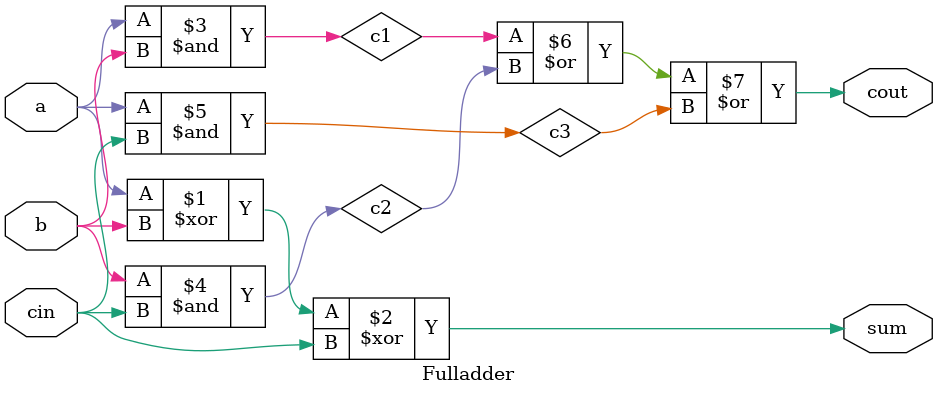
<source format=v>

module Fulladder(a,b,cin,sum,cout);
input a,b,cin;
output sum,cout;
wire c1,c2,c3;
xor x1(sum,a,b,cin);
and a1(c1,a,b);
and a2(c2,b,cin);
and a3(c3,a,cin);
or o1(cout,c1,c2,c3);
endmodule

</source>
